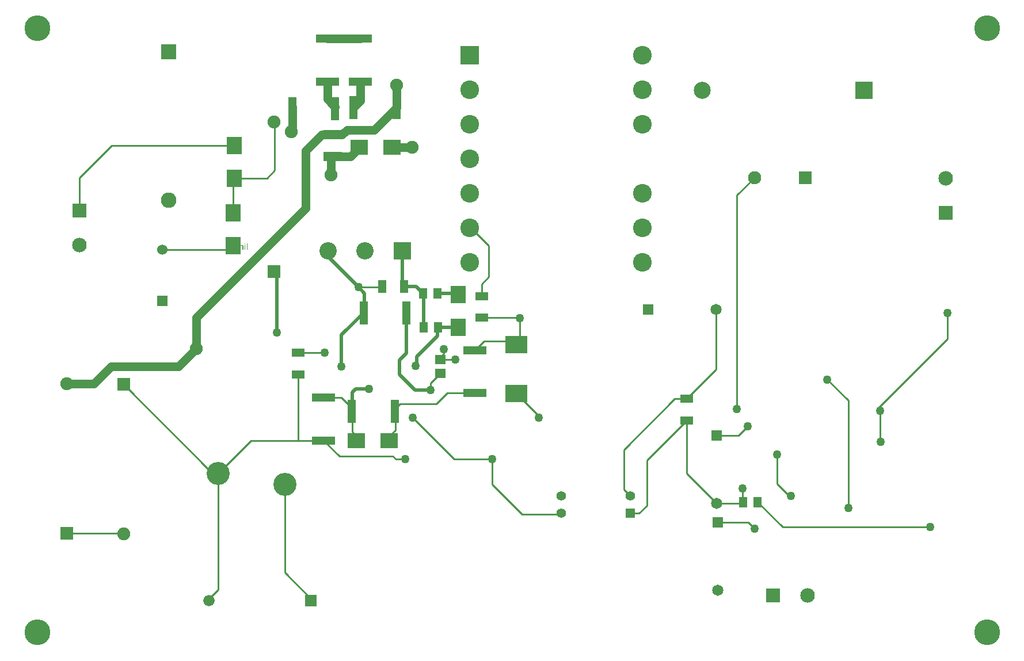
<source format=gbl>
G04*
G04 #@! TF.GenerationSoftware,Altium Limited,Altium Designer,18.1.7 (191)*
G04*
G04 Layer_Physical_Order=2*
G04 Layer_Color=16711680*
%FSLAX25Y25*%
%MOIN*%
G70*
G01*
G75*
%ADD11C,0.01000*%
%ADD22C,0.02000*%
%ADD26R,0.05118X0.13780*%
%ADD27R,0.07284X0.04921*%
%ADD29R,0.04921X0.07284*%
%ADD33R,0.13780X0.05118*%
%ADD62C,0.08400*%
%ADD63R,0.08400X0.08400*%
%ADD79C,0.05000*%
%ADD81C,0.06000*%
%ADD82R,0.06000X0.06000*%
%ADD83C,0.10827*%
%ADD84R,0.10827X0.10827*%
%ADD85C,0.13386*%
%ADD86C,0.05512*%
%ADD87R,0.05512X0.05512*%
%ADD88C,0.09843*%
%ADD89R,0.09843X0.09843*%
%ADD90C,0.07600*%
%ADD91R,0.07600X0.07600*%
%ADD92R,0.08400X0.08400*%
%ADD93C,0.06600*%
%ADD94R,0.06600X0.06600*%
%ADD95R,0.07500X0.07500*%
%ADD96C,0.07500*%
%ADD97C,0.09000*%
%ADD98R,0.09000X0.09000*%
%ADD99R,0.06496X0.06496*%
%ADD100C,0.06496*%
%ADD101R,0.06496X0.06496*%
%ADD102C,0.10039*%
%ADD103R,0.10039X0.10039*%
%ADD104C,0.14950*%
%ADD105C,0.05000*%
%ADD106R,0.04921X0.05906*%
%ADD107R,0.09055X0.10039*%
%ADD108R,0.11024X0.05315*%
%ADD109R,0.10039X0.09055*%
%ADD110R,0.12795X0.10236*%
%ADD111R,0.06102X0.05315*%
G36*
X145542Y249978D02*
X145069D01*
Y250521D01*
X145542D01*
Y249978D01*
D02*
G37*
G36*
X143578Y249525D02*
X143611Y249522D01*
X143651Y249515D01*
X143694Y249508D01*
X143744Y249498D01*
X143794Y249488D01*
X143847Y249472D01*
X143901Y249455D01*
X143954Y249432D01*
X144004Y249405D01*
X144057Y249375D01*
X144104Y249338D01*
X144147Y249299D01*
X144150Y249295D01*
X144157Y249289D01*
X144167Y249275D01*
X144184Y249255D01*
X144200Y249232D01*
X144217Y249202D01*
X144237Y249165D01*
X144260Y249125D01*
X144280Y249075D01*
X144300Y249025D01*
X144317Y248966D01*
X144337Y248902D01*
X144350Y248832D01*
X144360Y248759D01*
X144367Y248676D01*
X144370Y248589D01*
Y246681D01*
X143897D01*
Y248433D01*
Y248436D01*
Y248446D01*
Y248459D01*
Y248479D01*
Y248503D01*
X143894Y248529D01*
X143891Y248589D01*
X143887Y248656D01*
X143877Y248722D01*
X143867Y248786D01*
X143857Y248816D01*
X143851Y248839D01*
X143847Y248846D01*
X143841Y248859D01*
X143831Y248882D01*
X143814Y248912D01*
X143791Y248945D01*
X143761Y248979D01*
X143727Y249012D01*
X143684Y249042D01*
X143677Y249045D01*
X143664Y249055D01*
X143638Y249065D01*
X143604Y249082D01*
X143561Y249095D01*
X143514Y249105D01*
X143461Y249115D01*
X143401Y249119D01*
X143375D01*
X143351Y249115D01*
X143328Y249112D01*
X143298Y249109D01*
X143265Y249102D01*
X143231Y249095D01*
X143155Y249072D01*
X143115Y249055D01*
X143071Y249035D01*
X143032Y249012D01*
X142991Y248989D01*
X142952Y248955D01*
X142915Y248922D01*
X142912Y248919D01*
X142908Y248912D01*
X142898Y248902D01*
X142885Y248886D01*
X142872Y248862D01*
X142855Y248839D01*
X142835Y248806D01*
X142818Y248769D01*
X142802Y248729D01*
X142782Y248682D01*
X142765Y248633D01*
X142752Y248576D01*
X142738Y248513D01*
X142732Y248446D01*
X142725Y248373D01*
X142722Y248296D01*
Y246681D01*
X142249D01*
Y248489D01*
Y248493D01*
Y248503D01*
Y248519D01*
X142246Y248539D01*
Y248566D01*
X142242Y248596D01*
X142236Y248666D01*
X142219Y248742D01*
X142199Y248819D01*
X142172Y248892D01*
X142152Y248929D01*
X142132Y248959D01*
Y248962D01*
X142126Y248966D01*
X142109Y248986D01*
X142082Y249009D01*
X142043Y249039D01*
X141992Y249069D01*
X141926Y249095D01*
X141889Y249105D01*
X141849Y249112D01*
X141803Y249115D01*
X141756Y249119D01*
X141723D01*
X141706Y249115D01*
X141683Y249112D01*
X141636Y249105D01*
X141580Y249092D01*
X141516Y249075D01*
X141450Y249049D01*
X141386Y249012D01*
X141383D01*
X141380Y249009D01*
X141360Y248992D01*
X141330Y248969D01*
X141293Y248936D01*
X141253Y248892D01*
X141213Y248839D01*
X141177Y248776D01*
X141143Y248706D01*
Y248702D01*
X141140Y248696D01*
X141137Y248686D01*
X141133Y248669D01*
X141127Y248646D01*
X141120Y248622D01*
X141113Y248592D01*
X141107Y248556D01*
X141100Y248519D01*
X141093Y248476D01*
X141087Y248426D01*
X141080Y248373D01*
X141077Y248320D01*
X141073Y248256D01*
X141070Y248193D01*
Y248123D01*
Y246681D01*
X140597D01*
Y249465D01*
X141020D01*
Y249075D01*
X141027Y249082D01*
X141033Y249092D01*
X141043Y249105D01*
X141073Y249145D01*
X141113Y249192D01*
X141163Y249242D01*
X141220Y249299D01*
X141290Y249352D01*
X141367Y249402D01*
X141370D01*
X141376Y249408D01*
X141390Y249415D01*
X141406Y249422D01*
X141426Y249432D01*
X141450Y249442D01*
X141480Y249452D01*
X141510Y249465D01*
X141583Y249488D01*
X141666Y249508D01*
X141763Y249522D01*
X141863Y249528D01*
X141893D01*
X141913Y249525D01*
X141939D01*
X141972Y249522D01*
X142006Y249518D01*
X142043Y249512D01*
X142122Y249498D01*
X142206Y249475D01*
X142292Y249442D01*
X142369Y249398D01*
X142372D01*
X142379Y249392D01*
X142389Y249385D01*
X142402Y249375D01*
X142435Y249345D01*
X142479Y249305D01*
X142522Y249255D01*
X142569Y249192D01*
X142612Y249119D01*
X142648Y249039D01*
X142652Y249045D01*
X142665Y249059D01*
X142682Y249085D01*
X142708Y249115D01*
X142742Y249152D01*
X142782Y249195D01*
X142828Y249238D01*
X142878Y249285D01*
X142938Y249328D01*
X143005Y249375D01*
X143075Y249415D01*
X143151Y249452D01*
X143231Y249482D01*
X143318Y249508D01*
X143411Y249522D01*
X143508Y249528D01*
X143548D01*
X143578Y249525D01*
D02*
G37*
G36*
X136864Y250021D02*
X135329D01*
X135123Y248986D01*
X135126Y248989D01*
X135139Y248995D01*
X135156Y249009D01*
X135183Y249022D01*
X135216Y249042D01*
X135253Y249062D01*
X135296Y249085D01*
X135343Y249109D01*
X135396Y249129D01*
X135452Y249152D01*
X135512Y249172D01*
X135576Y249192D01*
X135642Y249205D01*
X135709Y249219D01*
X135779Y249225D01*
X135849Y249229D01*
X135872D01*
X135899Y249225D01*
X135932Y249222D01*
X135975Y249219D01*
X136025Y249209D01*
X136082Y249199D01*
X136145Y249185D01*
X136208Y249165D01*
X136278Y249142D01*
X136348Y249115D01*
X136418Y249082D01*
X136491Y249042D01*
X136561Y248995D01*
X136631Y248942D01*
X136698Y248879D01*
X136701Y248876D01*
X136714Y248862D01*
X136731Y248842D01*
X136751Y248816D01*
X136778Y248782D01*
X136808Y248739D01*
X136838Y248692D01*
X136871Y248636D01*
X136904Y248576D01*
X136934Y248506D01*
X136964Y248433D01*
X136991Y248353D01*
X137011Y248270D01*
X137031Y248180D01*
X137041Y248083D01*
X137044Y247983D01*
Y247976D01*
Y247960D01*
X137041Y247933D01*
Y247897D01*
X137034Y247850D01*
X137028Y247800D01*
X137018Y247740D01*
X137007Y247677D01*
X136991Y247607D01*
X136971Y247534D01*
X136944Y247460D01*
X136914Y247384D01*
X136881Y247307D01*
X136838Y247231D01*
X136791Y247154D01*
X136738Y247081D01*
X136734Y247074D01*
X136721Y247061D01*
X136701Y247037D01*
X136671Y247007D01*
X136635Y246974D01*
X136588Y246934D01*
X136535Y246891D01*
X136475Y246851D01*
X136408Y246808D01*
X136331Y246764D01*
X136248Y246724D01*
X136158Y246691D01*
X136062Y246661D01*
X135959Y246638D01*
X135849Y246624D01*
X135732Y246618D01*
X135709D01*
X135682Y246621D01*
X135645D01*
X135602Y246628D01*
X135549Y246635D01*
X135492Y246641D01*
X135429Y246655D01*
X135363Y246671D01*
X135292Y246691D01*
X135223Y246714D01*
X135149Y246741D01*
X135079Y246774D01*
X135010Y246814D01*
X134940Y246861D01*
X134876Y246911D01*
X134873Y246914D01*
X134863Y246924D01*
X134846Y246941D01*
X134823Y246964D01*
X134800Y246994D01*
X134770Y247031D01*
X134740Y247071D01*
X134706Y247117D01*
X134673Y247171D01*
X134640Y247231D01*
X134607Y247294D01*
X134580Y247364D01*
X134553Y247437D01*
X134530Y247517D01*
X134513Y247600D01*
X134500Y247690D01*
X134996Y247733D01*
Y247730D01*
X135000Y247717D01*
X135003Y247700D01*
X135006Y247673D01*
X135016Y247643D01*
X135023Y247607D01*
X135036Y247570D01*
X135049Y247527D01*
X135083Y247437D01*
X135126Y247347D01*
X135183Y247260D01*
X135213Y247221D01*
X135249Y247184D01*
X135253Y247181D01*
X135259Y247177D01*
X135269Y247167D01*
X135286Y247157D01*
X135306Y247144D01*
X135326Y247127D01*
X135356Y247111D01*
X135386Y247094D01*
X135456Y247061D01*
X135539Y247031D01*
X135629Y247011D01*
X135679Y247007D01*
X135732Y247004D01*
X135749D01*
X135765Y247007D01*
X135789D01*
X135819Y247011D01*
X135852Y247017D01*
X135892Y247024D01*
X135932Y247037D01*
X135978Y247051D01*
X136025Y247067D01*
X136072Y247087D01*
X136118Y247114D01*
X136168Y247141D01*
X136218Y247177D01*
X136265Y247214D01*
X136308Y247260D01*
X136311Y247264D01*
X136318Y247274D01*
X136331Y247287D01*
X136345Y247307D01*
X136362Y247334D01*
X136381Y247364D01*
X136405Y247400D01*
X136428Y247440D01*
X136448Y247487D01*
X136471Y247540D01*
X136491Y247593D01*
X136508Y247657D01*
X136521Y247720D01*
X136535Y247790D01*
X136541Y247863D01*
X136545Y247940D01*
Y247943D01*
Y247956D01*
Y247980D01*
X136541Y248006D01*
X136538Y248040D01*
X136531Y248080D01*
X136525Y248123D01*
X136518Y248170D01*
X136488Y248273D01*
X136471Y248326D01*
X136448Y248379D01*
X136425Y248429D01*
X136391Y248483D01*
X136358Y248529D01*
X136318Y248576D01*
X136315Y248579D01*
X136308Y248586D01*
X136295Y248599D01*
X136278Y248612D01*
X136255Y248629D01*
X136228Y248649D01*
X136195Y248672D01*
X136158Y248696D01*
X136118Y248716D01*
X136072Y248739D01*
X136025Y248759D01*
X135972Y248776D01*
X135915Y248789D01*
X135855Y248802D01*
X135789Y248809D01*
X135722Y248812D01*
X135686D01*
X135666Y248809D01*
X135642Y248806D01*
X135586Y248799D01*
X135522Y248786D01*
X135452Y248769D01*
X135382Y248742D01*
X135312Y248709D01*
X135309D01*
X135306Y248706D01*
X135296Y248699D01*
X135283Y248689D01*
X135249Y248669D01*
X135209Y248636D01*
X135163Y248599D01*
X135116Y248553D01*
X135069Y248503D01*
X135026Y248443D01*
X134583Y248499D01*
X134956Y250471D01*
X136864D01*
Y250021D01*
D02*
G37*
G36*
X146721Y246681D02*
X146248D01*
Y250521D01*
X146721D01*
Y246681D01*
D02*
G37*
G36*
X145542D02*
X145069D01*
Y249465D01*
X145542D01*
Y246681D01*
D02*
G37*
G36*
X138789Y250531D02*
X138816D01*
X138846Y250527D01*
X138879Y250524D01*
X138919Y250517D01*
X139002Y250504D01*
X139092Y250481D01*
X139185Y250451D01*
X139275Y250407D01*
X139278D01*
X139285Y250401D01*
X139298Y250394D01*
X139315Y250384D01*
X139335Y250371D01*
X139358Y250357D01*
X139412Y250318D01*
X139475Y250264D01*
X139538Y250204D01*
X139602Y250131D01*
X139662Y250048D01*
X139665Y250044D01*
X139668Y250038D01*
X139675Y250024D01*
X139688Y250008D01*
X139698Y249985D01*
X139715Y249958D01*
X139731Y249924D01*
X139748Y249888D01*
X139768Y249851D01*
X139788Y249808D01*
X139808Y249758D01*
X139828Y249708D01*
X139865Y249598D01*
X139901Y249478D01*
Y249475D01*
X139905Y249462D01*
X139908Y249445D01*
X139915Y249418D01*
X139921Y249382D01*
X139928Y249342D01*
X139938Y249295D01*
X139945Y249238D01*
X139951Y249179D01*
X139961Y249109D01*
X139968Y249035D01*
X139974Y248955D01*
X139981Y248869D01*
X139985Y248776D01*
X139988Y248676D01*
Y248572D01*
Y248569D01*
Y248566D01*
Y248556D01*
Y248543D01*
Y248506D01*
X139985Y248459D01*
Y248403D01*
X139981Y248336D01*
X139978Y248263D01*
X139971Y248183D01*
X139964Y248096D01*
X139954Y248010D01*
X139928Y247827D01*
X139915Y247737D01*
X139895Y247647D01*
X139871Y247560D01*
X139848Y247480D01*
Y247477D01*
X139841Y247464D01*
X139835Y247440D01*
X139821Y247414D01*
X139808Y247377D01*
X139788Y247337D01*
X139768Y247294D01*
X139745Y247247D01*
X139685Y247144D01*
X139615Y247037D01*
X139528Y246934D01*
X139482Y246884D01*
X139432Y246841D01*
X139428Y246838D01*
X139418Y246831D01*
X139405Y246821D01*
X139382Y246808D01*
X139355Y246788D01*
X139322Y246771D01*
X139285Y246751D01*
X139242Y246731D01*
X139192Y246708D01*
X139142Y246688D01*
X139082Y246671D01*
X139022Y246655D01*
X138955Y246638D01*
X138886Y246628D01*
X138812Y246621D01*
X138736Y246618D01*
X138712D01*
X138682Y246621D01*
X138643Y246624D01*
X138596Y246631D01*
X138543Y246638D01*
X138483Y246651D01*
X138419Y246668D01*
X138349Y246688D01*
X138279Y246714D01*
X138206Y246744D01*
X138133Y246784D01*
X138060Y246828D01*
X137993Y246881D01*
X137927Y246941D01*
X137863Y247011D01*
X137860Y247017D01*
X137847Y247034D01*
X137830Y247064D01*
X137803Y247104D01*
X137777Y247157D01*
X137743Y247221D01*
X137710Y247297D01*
X137673Y247387D01*
X137637Y247490D01*
X137604Y247604D01*
X137570Y247733D01*
X137544Y247873D01*
X137530Y247950D01*
X137520Y248026D01*
X137510Y248110D01*
X137500Y248196D01*
X137494Y248286D01*
X137487Y248376D01*
X137484Y248473D01*
Y248572D01*
Y248576D01*
Y248579D01*
Y248589D01*
Y248603D01*
Y248639D01*
X137487Y248686D01*
Y248742D01*
X137490Y248809D01*
X137497Y248882D01*
X137500Y248966D01*
X137510Y249049D01*
X137517Y249139D01*
X137544Y249322D01*
X137560Y249412D01*
X137577Y249502D01*
X137600Y249588D01*
X137624Y249668D01*
X137627Y249671D01*
X137630Y249688D01*
X137637Y249708D01*
X137650Y249738D01*
X137663Y249771D01*
X137683Y249811D01*
X137704Y249855D01*
X137727Y249904D01*
X137787Y250008D01*
X137857Y250114D01*
X137943Y250218D01*
X137990Y250264D01*
X138040Y250307D01*
X138043Y250311D01*
X138053Y250318D01*
X138070Y250327D01*
X138090Y250344D01*
X138116Y250361D01*
X138150Y250381D01*
X138186Y250401D01*
X138230Y250421D01*
X138279Y250441D01*
X138333Y250464D01*
X138389Y250481D01*
X138449Y250497D01*
X138516Y250514D01*
X138586Y250524D01*
X138659Y250531D01*
X138736Y250534D01*
X138766D01*
X138789Y250531D01*
D02*
G37*
%LPC*%
G36*
X138729Y250144D02*
X138716D01*
X138699Y250141D01*
X138676D01*
X138649Y250134D01*
X138616Y250131D01*
X138583Y250121D01*
X138543Y250111D01*
X138503Y250094D01*
X138459Y250078D01*
X138416Y250054D01*
X138373Y250028D01*
X138330Y249998D01*
X138289Y249958D01*
X138250Y249918D01*
X138210Y249868D01*
X138206Y249865D01*
X138200Y249851D01*
X138186Y249828D01*
X138173Y249798D01*
X138153Y249758D01*
X138133Y249708D01*
X138113Y249648D01*
X138090Y249575D01*
X138066Y249492D01*
X138047Y249398D01*
X138026Y249292D01*
X138006Y249175D01*
X137993Y249042D01*
X137980Y248899D01*
X137977Y248822D01*
X137973Y248742D01*
X137970Y248659D01*
Y248572D01*
Y248569D01*
Y248563D01*
Y248549D01*
Y248533D01*
Y248509D01*
Y248483D01*
X137973Y248453D01*
Y248419D01*
X137977Y248343D01*
X137983Y248256D01*
X137990Y248163D01*
X137996Y248060D01*
X138010Y247956D01*
X138023Y247850D01*
X138040Y247743D01*
X138063Y247643D01*
X138086Y247547D01*
X138116Y247457D01*
X138150Y247380D01*
X138170Y247344D01*
X138190Y247314D01*
X138193Y247310D01*
X138200Y247301D01*
X138213Y247284D01*
X138230Y247267D01*
X138250Y247240D01*
X138276Y247217D01*
X138306Y247187D01*
X138339Y247161D01*
X138379Y247131D01*
X138419Y247101D01*
X138466Y247077D01*
X138513Y247054D01*
X138566Y247034D01*
X138619Y247017D01*
X138676Y247007D01*
X138736Y247004D01*
X138749D01*
X138766Y247007D01*
X138789Y247011D01*
X138819Y247014D01*
X138849Y247021D01*
X138886Y247031D01*
X138926Y247044D01*
X138965Y247061D01*
X139009Y247081D01*
X139055Y247107D01*
X139102Y247137D01*
X139145Y247171D01*
X139192Y247214D01*
X139235Y247260D01*
X139278Y247317D01*
X139282Y247321D01*
X139288Y247334D01*
X139298Y247354D01*
X139315Y247380D01*
X139332Y247417D01*
X139348Y247467D01*
X139368Y247524D01*
X139392Y247590D01*
X139412Y247670D01*
X139432Y247760D01*
X139448Y247863D01*
X139468Y247980D01*
X139475Y248040D01*
X139482Y248106D01*
X139488Y248176D01*
X139492Y248250D01*
X139495Y248323D01*
X139498Y248403D01*
X139502Y248486D01*
Y248572D01*
Y248576D01*
Y248583D01*
Y248596D01*
Y248612D01*
Y248636D01*
Y248662D01*
X139498Y248692D01*
Y248726D01*
X139495Y248802D01*
X139488Y248889D01*
X139482Y248982D01*
X139475Y249085D01*
X139462Y249189D01*
X139448Y249295D01*
X139428Y249402D01*
X139408Y249502D01*
X139382Y249598D01*
X139352Y249688D01*
X139319Y249765D01*
X139298Y249801D01*
X139278Y249831D01*
X139275Y249835D01*
X139269Y249845D01*
X139255Y249861D01*
X139239Y249881D01*
X139219Y249904D01*
X139192Y249931D01*
X139162Y249958D01*
X139129Y249988D01*
X139089Y250018D01*
X139049Y250044D01*
X139002Y250071D01*
X138955Y250094D01*
X138902Y250114D01*
X138849Y250131D01*
X138789Y250141D01*
X138729Y250144D01*
D02*
G37*
%LPD*%
D11*
X512000Y155000D02*
X552000Y195000D01*
Y210000D01*
X377900Y124600D02*
X401000Y147701D01*
X377900Y124600D02*
X378000Y124500D01*
Y98425D02*
Y124500D01*
X373500Y93925D02*
X378000Y98425D01*
X368500Y93925D02*
X373500D01*
X364647Y107778D02*
X368500Y103925D01*
X328075Y93500D02*
X328500Y93925D01*
X305799Y93500D02*
X328075D01*
X288500Y110799D02*
X305799Y93500D01*
X129569Y117150D02*
X148612Y136193D01*
X126512Y117150D02*
X129569D01*
X75000Y168661D02*
X126512Y117150D01*
X430000Y278264D02*
X440236Y288500D01*
X430000Y154500D02*
Y278264D01*
X513000Y136000D02*
Y153500D01*
X511500Y155000D02*
X513000Y153500D01*
X168431Y110850D02*
Y112350D01*
Y59569D02*
Y110850D01*
X136130Y246681D02*
X138500Y249051D01*
X97500Y246681D02*
X136130D01*
X68000Y307000D02*
X138949D01*
X49409Y288409D02*
X68000Y307000D01*
X49409Y269500D02*
Y288409D01*
X74555Y82492D02*
X75000Y82047D01*
X42000Y82492D02*
X74555D01*
X176000Y136193D02*
X190859D01*
X148612D02*
X176000D01*
X176000Y136193D01*
Y174421D01*
Y187020D02*
X176012Y187031D01*
X191252D01*
X236355Y226401D02*
X237299Y225456D01*
X224244Y225000D02*
X224701Y225456D01*
X211035Y225000D02*
X224244D01*
X213957Y210094D02*
X214500Y210637D01*
X193362Y242673D02*
Y246000D01*
X268150Y221456D02*
X268859Y220748D01*
X248524Y221456D02*
X248724Y221256D01*
X268859Y201850D02*
X268859Y201850D01*
X260500Y186519D02*
Y189000D01*
X244158Y179441D02*
X244760Y180043D01*
X257859Y183878D02*
X260500Y186519D01*
X266500Y125500D02*
X288500D01*
Y110799D02*
Y125500D01*
X242500Y149500D02*
X266500Y125500D01*
X162000Y320614D02*
X162500Y320114D01*
Y292614D02*
Y320114D01*
X172000Y315000D02*
X172598Y315598D01*
X401000Y160299D02*
X417988Y177287D01*
Y211956D01*
X232260Y154595D02*
X235166Y157500D01*
X245814D01*
X245893Y157421D02*
X256172D01*
X245814Y157500D02*
X245893Y157421D01*
X162000Y234000D02*
X163701Y232299D01*
X436833Y88685D02*
X440317Y85201D01*
X419000Y88685D02*
X436833D01*
X129569Y49624D02*
Y117150D01*
X232599Y125354D02*
X238071D01*
X230859Y127094D02*
X232599Y125354D01*
X199957Y127094D02*
X230859D01*
X364647Y107778D02*
Y130756D01*
X302500Y163327D02*
X315413Y150413D01*
Y149500D02*
Y150413D01*
X168431Y59569D02*
X183500Y44500D01*
X124445D02*
X129569Y49624D01*
X282359Y219894D02*
Y226870D01*
X286413Y230925D01*
Y249138D01*
X276051Y259500D02*
X286413Y249138D01*
X275500Y259500D02*
X276051D01*
X257859Y183878D02*
X258359Y183378D01*
Y183095D02*
X266922D01*
X232260Y142098D02*
Y154595D01*
X252858Y169437D02*
X258359Y174937D01*
X256172Y157421D02*
X262444Y163693D01*
X278359D01*
X252858Y165421D02*
Y169437D01*
X460500Y104000D02*
X461500D01*
X453500Y111000D02*
X460500Y104000D01*
X453500Y111000D02*
Y128000D01*
X442134Y100500D02*
X456634Y86000D01*
X542000D01*
X513000Y136000D02*
X513500Y135500D01*
X494781Y97219D02*
Y159281D01*
X433500Y100866D02*
Y108500D01*
Y100866D02*
X433866Y100500D01*
X432996Y99630D02*
X433866Y100500D01*
X418500Y99630D02*
X432996D01*
X364647Y130756D02*
X394191Y160299D01*
X401000D01*
Y117130D02*
X418500Y99630D01*
X401000Y117130D02*
Y147701D01*
X418500Y139000D02*
X431000D01*
X436461Y144461D01*
X482500Y171563D02*
X494781Y159281D01*
X511500Y155000D02*
X512000D01*
X201055Y160996D02*
X207457Y154595D01*
X190859Y160996D02*
X201055D01*
X207457Y140996D02*
Y154595D01*
Y140996D02*
X209859Y138594D01*
X138949Y307000D02*
X139000Y306949D01*
X138500Y287551D02*
X139000Y288051D01*
X138500Y267949D02*
Y287551D01*
X157937Y288051D02*
X162500Y292614D01*
X139000Y288051D02*
X157937D01*
X196000Y313299D02*
X201525D01*
X195000Y299701D02*
X196000Y300701D01*
X192651Y313299D02*
X196000D01*
X304158Y207295D02*
X304359Y207095D01*
X282359Y207295D02*
X304158D01*
X304359Y195768D02*
Y207095D01*
X302359Y193768D02*
X304359Y195768D01*
X283630Y193768D02*
X302359D01*
X278359Y188496D02*
X283630Y193768D01*
X276359Y190496D02*
X278359Y188496D01*
X228756Y138594D02*
X232260Y142098D01*
X190859Y136193D02*
X199957Y127094D01*
X191004Y244000D02*
X191902Y243102D01*
D22*
X209359Y166095D02*
X217116D01*
X236355Y226401D02*
Y246000D01*
X201158Y179095D02*
Y197295D01*
X214500Y210637D02*
Y221535D01*
X211035Y225000D02*
X214500Y221535D01*
X244524Y225456D02*
X248524Y221456D01*
X237299Y225456D02*
X244524D01*
X193362Y242673D02*
X211035Y225000D01*
X256791Y221456D02*
X268150D01*
X248724Y201850D02*
Y221256D01*
X256992Y201850D02*
X268859D01*
X256685Y196619D02*
Y199594D01*
X244760Y184695D02*
X256685Y196619D01*
X244760Y180043D02*
Y184695D01*
X243575Y165421D02*
X252858D01*
X234701Y174295D02*
X243575Y165421D01*
X234701Y174295D02*
Y182596D01*
X238760Y186655D01*
Y210094D01*
X163701Y198854D02*
Y232299D01*
X201158Y197295D02*
X213957Y210094D01*
X207457Y164193D02*
X209359Y166095D01*
X207457Y154595D02*
Y164193D01*
D26*
X232902Y329000D02*
D03*
X208098D02*
D03*
X197402Y328500D02*
D03*
X172598D02*
D03*
X213957Y210094D02*
D03*
X238760D02*
D03*
X231902Y153000D02*
D03*
X207098D02*
D03*
D27*
X176000Y187020D02*
D03*
Y174421D02*
D03*
X401000Y160299D02*
D03*
Y147701D02*
D03*
X282359Y207295D02*
D03*
Y219894D02*
D03*
D29*
X224701Y225456D02*
D03*
X237299D02*
D03*
D33*
X193000Y368902D02*
D03*
Y344098D02*
D03*
X212000D02*
D03*
Y368902D02*
D03*
X278359Y163693D02*
D03*
Y188496D02*
D03*
X190859Y160996D02*
D03*
Y136193D02*
D03*
D62*
X49409Y249500D02*
D03*
X551000Y288000D02*
D03*
X471000Y46500D02*
D03*
D63*
X451000D02*
D03*
D79*
X57602Y169106D02*
X67654Y179157D01*
X106658D01*
X42000Y169106D02*
X57602D01*
X106658Y179157D02*
X117000Y189500D01*
X180484Y303961D02*
X189822Y313299D01*
X180484Y270882D02*
Y303961D01*
X117000Y207397D02*
X180484Y270882D01*
X189822Y313299D02*
X192651D01*
X117000Y189500D02*
Y207397D01*
X172598Y315598D02*
Y329500D01*
X196000Y300701D02*
X206252D01*
X211551Y306000D01*
X193000Y368902D02*
X212000D01*
X230449Y306000D02*
X242000D01*
X201525Y313299D02*
X204253Y316028D01*
X219929D01*
X232902Y329000D01*
Y342098D01*
X208098Y329000D02*
X212000Y332902D01*
Y344098D01*
X193000Y333902D02*
X197402Y329500D01*
X193000Y333902D02*
Y344098D01*
X195000Y290000D02*
Y299701D01*
D81*
X97500Y246681D02*
D03*
D82*
Y217154D02*
D03*
D83*
X375500Y239500D02*
D03*
Y259500D02*
D03*
Y279500D02*
D03*
Y319500D02*
D03*
Y339500D02*
D03*
Y359500D02*
D03*
D03*
X275500Y239500D02*
D03*
Y259500D02*
D03*
Y279500D02*
D03*
Y299500D02*
D03*
Y319500D02*
D03*
Y339500D02*
D03*
D84*
Y359500D02*
D03*
D85*
X168431Y110850D02*
D03*
X129569Y117150D02*
D03*
D86*
X328500Y93925D02*
D03*
Y103925D02*
D03*
X368500D02*
D03*
D87*
Y93925D02*
D03*
D88*
X410000Y339000D02*
D03*
D89*
X503701D02*
D03*
D90*
X440236Y288500D02*
D03*
D91*
X469764D02*
D03*
D92*
X551000Y268000D02*
D03*
X49409Y269500D02*
D03*
D93*
X124472Y43500D02*
D03*
D94*
X183528D02*
D03*
D95*
X42000Y82492D02*
D03*
X75000Y168661D02*
D03*
X162000Y234000D02*
D03*
D96*
X42000Y169106D02*
D03*
X75000Y82047D02*
D03*
X162000Y320614D02*
D03*
X117000Y189500D02*
D03*
X172000Y315000D02*
D03*
X242000Y306000D02*
D03*
X232902Y342098D02*
D03*
X195000Y290000D02*
D03*
D97*
X101000Y275500D02*
D03*
D98*
Y361500D02*
D03*
D99*
X418500Y139000D02*
D03*
X419000Y88685D02*
D03*
D100*
X418500Y99630D02*
D03*
X417988Y211956D02*
D03*
X419000Y49315D02*
D03*
D101*
X378618Y211956D02*
D03*
D102*
X193362Y246000D02*
D03*
X214859D02*
D03*
D103*
X236355D02*
D03*
D104*
X575000Y25000D02*
D03*
Y375000D02*
D03*
X25000Y25000D02*
D03*
Y375000D02*
D03*
D105*
X552000Y210000D02*
D03*
X430000Y154500D02*
D03*
X513000Y153500D02*
D03*
X217116Y166095D02*
D03*
X191252Y187031D02*
D03*
X201158Y179095D02*
D03*
X211035Y225000D02*
D03*
X260500Y189000D02*
D03*
X244158Y179441D02*
D03*
X288500Y125500D02*
D03*
X242500Y149500D02*
D03*
X163701Y198854D02*
D03*
X315413Y149500D02*
D03*
X266922Y183095D02*
D03*
X238071Y125354D02*
D03*
X252858Y165421D02*
D03*
X461500Y104000D02*
D03*
X453500Y128000D02*
D03*
X513500Y135500D02*
D03*
X494781Y97219D02*
D03*
X433500Y108500D02*
D03*
X436461Y144461D02*
D03*
X440317Y85201D02*
D03*
X542000Y86000D02*
D03*
X482500Y171563D02*
D03*
X304359Y207095D02*
D03*
D106*
X442134Y100500D02*
D03*
X433866D02*
D03*
X256992Y201850D02*
D03*
X248724D02*
D03*
X256791Y221456D02*
D03*
X248524D02*
D03*
D107*
X139000Y288051D02*
D03*
Y306949D02*
D03*
X268859Y201850D02*
D03*
Y220748D02*
D03*
X138500Y267949D02*
D03*
Y249051D02*
D03*
D108*
X196000Y300701D02*
D03*
Y313299D02*
D03*
D109*
X211551Y306000D02*
D03*
X230449D02*
D03*
X209859Y136193D02*
D03*
X228756D02*
D03*
D110*
X302500Y191673D02*
D03*
Y163327D02*
D03*
D111*
X258359Y183095D02*
D03*
Y175221D02*
D03*
M02*

</source>
